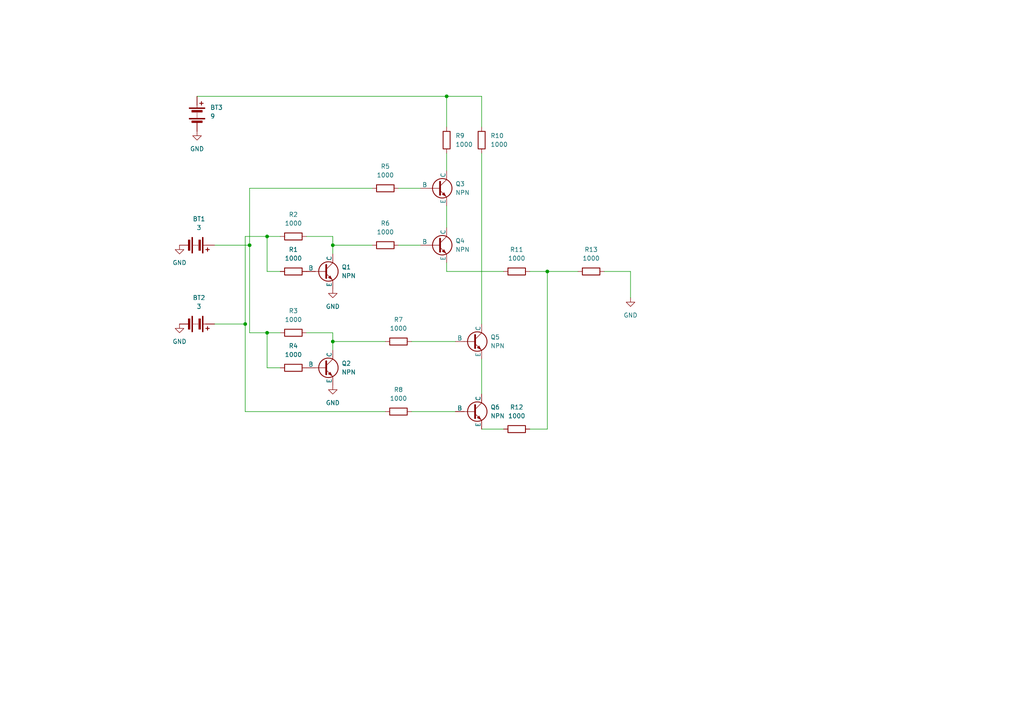
<source format=kicad_sch>
(kicad_sch (version 20230121) (generator eeschema)
  (paper "A4")
  (lib_symbols
    (symbol "Device:Battery" (pin_numbers hide) (pin_names (offset 0) hide)
      (property "Reference" "BT" (at 2.54 2.54 0))
      (property "Value" "Battery" (at 2.54 0 0))
      (symbol "Battery_0_1"
        (rectangle (start -2.286 -1.27) (end 2.286 -1.524) (fill (type outline)))
        (rectangle (start -2.286 1.778) (end 2.286 1.524) (fill (type outline)))
        (rectangle (start -1.524 -2.032) (end 1.524 -2.54) (fill (type outline)))
        (rectangle (start -1.524 1.016) (end 1.524 0.508) (fill (type outline)))
        (polyline (pts (xy 0 -1.016) (xy 0 -0.762)))
        (polyline (pts (xy 0 -0.508) (xy 0 -0.254)))
        (polyline (pts (xy 0 0) (xy 0 0.254)))
        (polyline (pts (xy 0 1.778) (xy 0 2.54)))
        (polyline (pts (xy 0.762 3.048) (xy 1.778 3.048)) (stroke (width 0.254)))
        (polyline (pts (xy 1.27 3.556) (xy 1.27 2.54)) (stroke (width 0.254)))
      )
      (symbol "Battery_1_1"
        (pin passive line (at 0 5.08 270) (length 2.54) (name "+") (number "1"))
        (pin passive line (at 0 -5.08 90) (length 2.54) (name "-") (number "2"))
      )
    )
    (symbol "Device:R" (pin_numbers hide) (pin_names (offset 0))
      (property "Reference" "R" (at 2.032 0 90))
      (property "Value" "R" (at 0 0 90))
      (symbol "R_0_1"
        (rectangle (start -1.016 -2.54) (end 1.016 2.54) (stroke (width 0.254)))
      )
      (symbol "R_1_1"
        (pin passive line (at 0 3.81 270) (length 1.27) (name "~") (number "1"))
        (pin passive line (at 0 -3.81 90) (length 1.27) (name "~") (number "2"))
      )
    )
    (symbol "Simulation_SPICE:NPN" (pin_numbers hide) (pin_names (offset 0))
      (property "Reference" "Q" (at -2.54 7.62 0))
      (property "Value" "NPN" (at -2.54 5.08 0))
      (symbol "NPN_0_1"
        (polyline (pts (xy -2.54 0) (xy 0.635 0)) (stroke (width 0.1524)))
        (polyline (pts (xy 0.635 0.635) (xy 2.54 2.54)))
        (polyline (pts (xy 2.794 -1.27) (xy 2.794 -1.27)) (stroke (width 0.1524)))
        (polyline (pts (xy 2.794 -1.27) (xy 2.794 -1.27)) (stroke (width 0.1524)))
        (polyline (pts (xy 0.635 -0.635) (xy 2.54 -2.54) (xy 2.54 -2.54)))
        (polyline (pts (xy 0.635 1.905) (xy 0.635 -1.905) (xy 0.635 -1.905)) (stroke (width 0.508)))
        (polyline (pts (xy 1.27 -1.778) (xy 1.778 -1.27) (xy 2.286 -2.286) (xy 1.27 -1.778) (xy 1.27 -1.778)) (fill (type outline)))
        (circle (center 1.27 0) (radius 2.8194) (stroke (width 0.254)))
      )
      (symbol "NPN_1_1"
        (pin open_collector line (at 2.54 5.08 270) (length 2.54) (name "C") (number "1"))
        (pin input line (at -5.08 0 0) (length 2.54) (name "B") (number "2"))
        (pin open_emitter line (at 2.54 -5.08 90) (length 2.54) (name "E") (number "3"))
      )
    )
    (symbol "power:GND" (power) (pin_names (offset 0))
      (property "Value" "GND" (at 0 -3.81 0))
      (symbol "GND_0_1"
        (polyline (pts (xy 0 0) (xy 0 -1.27) (xy 1.27 -1.27) (xy 0 -2.54) (xy -1.27 -1.27) (xy 0 -1.27)))
      )
      (symbol "GND_1_1"
        (pin power_in line (at 0 0 270) (length 0) hide (name "GND") (number "1"))
      )
    )
  )
  (junction (at 96.52 99.06))
  (junction (at 77.47 68.58))
  (junction (at 71.12 93.98))
  (junction (at 77.47 96.52))
  (junction (at 158.75 78.74))
  (junction (at 129.54 27.94))
  (junction (at 96.52 71.12))
  (junction (at 72.39 71.12))
  (wire (pts (xy 146.05 78.74) (xy 129.54 78.74)))
  (wire (pts (xy 71.12 93.98) (xy 71.12 119.38)))
  (wire (pts (xy 182.88 78.74) (xy 182.88 86.36)))
  (wire (pts (xy 96.52 99.06) (xy 111.76 99.06)))
  (wire (pts (xy 158.75 78.74) (xy 153.67 78.74)))
  (wire (pts (xy 129.54 27.94) (xy 129.54 36.83)))
  (wire (pts (xy 77.47 96.52) (xy 77.47 106.68)))
  (wire (pts (xy 129.54 59.69) (xy 129.54 66.04)))
  (wire (pts (xy 72.39 54.61) (xy 72.39 71.12)))
  (wire (pts (xy 129.54 78.74) (xy 129.54 76.2)))
  (wire (pts (xy 77.47 78.74) (xy 81.28 78.74)))
  (wire (pts (xy 71.12 119.38) (xy 111.76 119.38)))
  (wire (pts (xy 129.54 27.94) (xy 139.7 27.94)))
  (wire (pts (xy 96.52 71.12) (xy 107.95 71.12)))
  (wire (pts (xy 77.47 68.58) (xy 77.47 78.74)))
  (wire (pts (xy 88.9 96.52) (xy 96.52 96.52)))
  (wire (pts (xy 175.26 78.74) (xy 182.88 78.74)))
  (wire (pts (xy 96.52 68.58) (xy 96.52 71.12)))
  (wire (pts (xy 139.7 124.46) (xy 146.05 124.46)))
  (wire (pts (xy 77.47 96.52) (xy 81.28 96.52)))
  (wire (pts (xy 119.38 119.38) (xy 132.08 119.38)))
  (wire (pts (xy 96.52 96.52) (xy 96.52 99.06)))
  (wire (pts (xy 153.67 124.46) (xy 158.75 124.46)))
  (wire (pts (xy 158.75 124.46) (xy 158.75 78.74)))
  (wire (pts (xy 129.54 44.45) (xy 129.54 49.53)))
  (wire (pts (xy 62.23 71.12) (xy 72.39 71.12)))
  (wire (pts (xy 96.52 71.12) (xy 96.52 73.66)))
  (wire (pts (xy 139.7 44.45) (xy 139.7 93.98)))
  (wire (pts (xy 139.7 114.3) (xy 139.7 104.14)))
  (wire (pts (xy 72.39 96.52) (xy 77.47 96.52)))
  (wire (pts (xy 71.12 68.58) (xy 77.47 68.58)))
  (wire (pts (xy 77.47 106.68) (xy 81.28 106.68)))
  (wire (pts (xy 115.57 71.12) (xy 121.92 71.12)))
  (wire (pts (xy 72.39 71.12) (xy 72.39 96.52)))
  (wire (pts (xy 88.9 68.58) (xy 96.52 68.58)))
  (wire (pts (xy 96.52 99.06) (xy 96.52 101.6)))
  (wire (pts (xy 71.12 93.98) (xy 71.12 68.58)))
  (wire (pts (xy 158.75 78.74) (xy 167.64 78.74)))
  (wire (pts (xy 77.47 68.58) (xy 81.28 68.58)))
  (wire (pts (xy 119.38 99.06) (xy 132.08 99.06)))
  (wire (pts (xy 72.39 54.61) (xy 107.95 54.61)))
  (wire (pts (xy 62.23 93.98) (xy 71.12 93.98)))
  (wire (pts (xy 115.57 54.61) (xy 121.92 54.61)))
  (wire (pts (xy 139.7 27.94) (xy 139.7 36.83)))
  (wire (pts (xy 57.15 27.94) (xy 129.54 27.94)))
  (symbol (lib_id "Simulation_SPICE:NPN") (at 127 71.12 0) (unit 1)
    (property "Reference" "Q4" (at 132.08 69.85 0) (effects (justify left)))
    (property "Value" "NPN" (at 132.08 72.39 0) (effects (justify left)))
    (property "Sim.Device" "NPN" (effects hide))
    (property "Sim.Type" "GUMMELPOON" (effects hide))
    (property "Sim.Pins" "1=C 2=B 3=E" (effects hide))
  )
  (symbol (lib_id "Device:R") (at 171.45 78.74 90) (unit 1)
    (property "Reference" "R13" (at 171.45 72.39 90))
    (property "Value" "1000" (at 171.45 74.93 90))
  )
  (symbol (lib_id "Device:Battery") (at 57.15 33.02 0) (unit 1)
    (property "Reference" "BT3" (at 60.96 31.1785 0) (effects (justify left)))
    (property "Value" "9" (at 60.96 33.7185 0) (effects (justify left)))
    (property "Sim.Device" "V" (effects hide))
    (property "Sim.Type" "DC" (effects hide))
    (property "Sim.Pins" "1=+ 2=-" (effects hide))
    (property "Sim.Params" "dc=9" (effects hide))
  )
  (symbol (lib_id "Device:Battery") (at 57.15 71.12 270) (unit 1)
    (property "Reference" "BT1" (at 57.7215 63.5 90))
    (property "Value" "3" (at 57.7215 66.04 90))
    (property "Sim.Device" "V" (effects hide))
    (property "Sim.Type" "DC" (effects hide))
    (property "Sim.Pins" "1=+ 2=-" (effects hide))
    (property "Sim.Params" "dc=3" (effects hide))
  )
  (symbol (lib_id "Simulation_SPICE:NPN") (at 127 54.61 0) (unit 1)
    (property "Reference" "Q3" (at 132.08 53.34 0) (effects (justify left)))
    (property "Value" "NPN" (at 132.08 55.88 0) (effects (justify left)))
    (property "Sim.Device" "NPN" (effects hide))
    (property "Sim.Type" "GUMMELPOON" (effects hide))
    (property "Sim.Pins" "1=C 2=B 3=E" (effects hide))
  )
  (symbol (lib_id "Device:R") (at 149.86 124.46 90) (unit 1)
    (property "Reference" "R12" (at 149.86 118.11 90))
    (property "Value" "1000" (at 149.86 120.65 90))
  )
  (symbol (lib_id "power:GND") (at 96.52 83.82 0) (unit 1)
    (property "Reference" "#PWR04" (effects hide))
    (property "Value" "GND" (at 96.52 88.9 0))
  )
  (symbol (lib_id "Device:R") (at 115.57 99.06 90) (unit 1)
    (property "Reference" "R7" (at 115.57 92.71 90))
    (property "Value" "1000" (at 115.57 95.25 90))
  )
  (symbol (lib_id "power:GND") (at 57.15 38.1 0) (unit 1)
    (property "Reference" "#PWR03" (effects hide))
    (property "Value" "GND" (at 57.15 43.18 0))
  )
  (symbol (lib_id "Device:R") (at 85.09 106.68 90) (unit 1)
    (property "Reference" "R4" (at 85.09 100.33 90))
    (property "Value" "1000" (at 85.09 102.87 90))
  )
  (symbol (lib_id "Device:Battery") (at 57.15 93.98 270) (unit 1)
    (property "Reference" "BT2" (at 57.7215 86.36 90))
    (property "Value" "3" (at 57.7215 88.9 90))
    (property "Sim.Device" "V" (effects hide))
    (property "Sim.Type" "DC" (effects hide))
    (property "Sim.Pins" "1=+ 2=-" (effects hide))
    (property "Sim.Params" "dc=3" (effects hide))
  )
  (symbol (lib_id "Device:R") (at 111.76 54.61 90) (unit 1)
    (property "Reference" "R5" (at 111.76 48.26 90))
    (property "Value" "1000" (at 111.76 50.8 90))
  )
  (symbol (lib_id "Device:R") (at 85.09 96.52 90) (unit 1)
    (property "Reference" "R3" (at 85.09 90.17 90))
    (property "Value" "1000" (at 85.09 92.71 90))
  )
  (symbol (lib_id "Device:R") (at 85.09 68.58 90) (unit 1)
    (property "Reference" "R2" (at 85.09 62.23 90))
    (property "Value" "1000" (at 85.09 64.77 90))
  )
  (symbol (lib_id "power:GND") (at 96.52 111.76 0) (unit 1)
    (property "Reference" "#PWR05" (effects hide))
    (property "Value" "GND" (at 96.52 116.84 0))
  )
  (symbol (lib_id "Device:R") (at 115.57 119.38 90) (unit 1)
    (property "Reference" "R8" (at 115.57 113.03 90))
    (property "Value" "1000" (at 115.57 115.57 90))
  )
  (symbol (lib_id "Simulation_SPICE:NPN") (at 137.16 99.06 0) (unit 1)
    (property "Reference" "Q5" (at 142.24 97.79 0) (effects (justify left)))
    (property "Value" "NPN" (at 142.24 100.33 0) (effects (justify left)))
    (property "Sim.Device" "NPN" (effects hide))
    (property "Sim.Type" "GUMMELPOON" (effects hide))
    (property "Sim.Pins" "1=C 2=B 3=E" (effects hide))
  )
  (symbol (lib_id "Device:R") (at 129.54 40.64 0) (unit 1)
    (property "Reference" "R9" (at 132.08 39.37 0) (effects (justify left)))
    (property "Value" "1000" (at 132.08 41.91 0) (effects (justify left)))
  )
  (symbol (lib_id "Simulation_SPICE:NPN") (at 93.98 106.68 0) (unit 1)
    (property "Reference" "Q2" (at 99.06 105.41 0) (effects (justify left)))
    (property "Value" "NPN" (at 99.06 107.95 0) (effects (justify left)))
    (property "Sim.Device" "NPN" (effects hide))
    (property "Sim.Type" "GUMMELPOON" (effects hide))
    (property "Sim.Pins" "1=C 2=B 3=E" (effects hide))
  )
  (symbol (lib_id "Device:R") (at 85.09 78.74 90) (unit 1)
    (property "Reference" "R1" (at 85.09 72.39 90))
    (property "Value" "1000" (at 85.09 74.93 90))
  )
  (symbol (lib_id "Device:R") (at 139.7 40.64 0) (unit 1)
    (property "Reference" "R10" (at 142.24 39.37 0) (effects (justify left)))
    (property "Value" "1000" (at 142.24 41.91 0) (effects (justify left)))
  )
  (symbol (lib_id "Device:R") (at 149.86 78.74 90) (unit 1)
    (property "Reference" "R11" (at 149.86 72.39 90))
    (property "Value" "1000" (at 149.86 74.93 90))
  )
  (symbol (lib_id "Simulation_SPICE:NPN") (at 93.98 78.74 0) (unit 1)
    (property "Reference" "Q1" (at 99.06 77.47 0) (effects (justify left)))
    (property "Value" "NPN" (at 99.06 80.01 0) (effects (justify left)))
    (property "Sim.Device" "NPN" (effects hide))
    (property "Sim.Type" "GUMMELPOON" (effects hide))
    (property "Sim.Pins" "1=C 2=B 3=E" (effects hide))
  )
  (symbol (lib_id "power:GND") (at 52.07 71.12 0) (unit 1)
    (property "Reference" "#PWR01" (effects hide))
    (property "Value" "GND" (at 52.07 76.2 0))
  )
  (symbol (lib_id "power:GND") (at 52.07 93.98 0) (unit 1)
    (property "Reference" "#PWR02" (effects hide))
    (property "Value" "GND" (at 52.07 99.06 0))
  )
  (symbol (lib_id "Simulation_SPICE:NPN") (at 137.16 119.38 0) (unit 1)
    (property "Reference" "Q6" (at 142.24 118.11 0) (effects (justify left)))
    (property "Value" "NPN" (at 142.24 120.65 0) (effects (justify left)))
    (property "Sim.Device" "NPN" (effects hide))
    (property "Sim.Type" "GUMMELPOON" (effects hide))
    (property "Sim.Pins" "1=C 2=B 3=E" (effects hide))
  )
  (symbol (lib_id "Device:R") (at 111.76 71.12 90) (unit 1)
    (property "Reference" "R6" (at 111.76 64.77 90))
    (property "Value" "1000" (at 111.76 67.31 90))
  )
  (symbol (lib_id "power:GND") (at 182.88 86.36 0) (unit 1)
    (property "Reference" "#PWR07" (effects hide))
    (property "Value" "GND" (at 182.88 91.44 0))
  )
)
</source>
